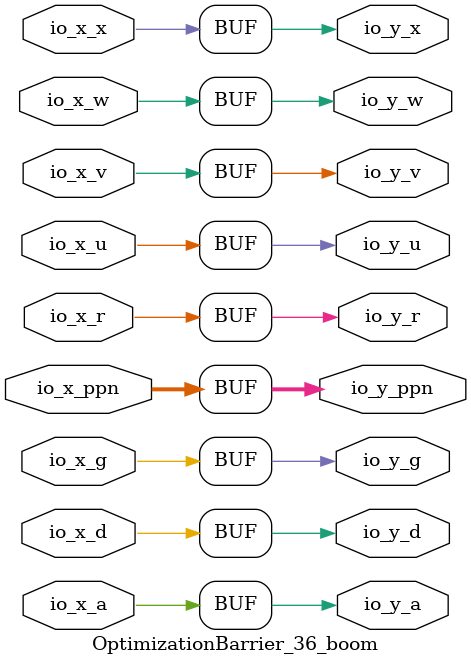
<source format=sv>
`ifndef RANDOMIZE
  `ifdef RANDOMIZE_REG_INIT
    `define RANDOMIZE
  `endif // RANDOMIZE_REG_INIT
`endif // not def RANDOMIZE
`ifndef RANDOMIZE
  `ifdef RANDOMIZE_MEM_INIT
    `define RANDOMIZE
  `endif // RANDOMIZE_MEM_INIT
`endif // not def RANDOMIZE

`ifndef RANDOM
  `define RANDOM $random
`endif // not def RANDOM

// Users can define 'PRINTF_COND' to add an extra gate to prints.
`ifndef PRINTF_COND_
  `ifdef PRINTF_COND
    `define PRINTF_COND_ (`PRINTF_COND)
  `else  // PRINTF_COND
    `define PRINTF_COND_ 1
  `endif // PRINTF_COND
`endif // not def PRINTF_COND_

// Users can define 'ASSERT_VERBOSE_COND' to add an extra gate to assert error printing.
`ifndef ASSERT_VERBOSE_COND_
  `ifdef ASSERT_VERBOSE_COND
    `define ASSERT_VERBOSE_COND_ (`ASSERT_VERBOSE_COND)
  `else  // ASSERT_VERBOSE_COND
    `define ASSERT_VERBOSE_COND_ 1
  `endif // ASSERT_VERBOSE_COND
`endif // not def ASSERT_VERBOSE_COND_

// Users can define 'STOP_COND' to add an extra gate to stop conditions.
`ifndef STOP_COND_
  `ifdef STOP_COND
    `define STOP_COND_ (`STOP_COND)
  `else  // STOP_COND
    `define STOP_COND_ 1
  `endif // STOP_COND
`endif // not def STOP_COND_

// Users can define INIT_RANDOM as general code that gets injected into the
// initializer block for modules with registers.
`ifndef INIT_RANDOM
  `define INIT_RANDOM
`endif // not def INIT_RANDOM

// If using random initialization, you can also define RANDOMIZE_DELAY to
// customize the delay used, otherwise 0.002 is used.
`ifndef RANDOMIZE_DELAY
  `define RANDOMIZE_DELAY 0.002
`endif // not def RANDOMIZE_DELAY

// Define INIT_RANDOM_PROLOG_ for use in our modules below.
`ifndef INIT_RANDOM_PROLOG_
  `ifdef RANDOMIZE
    `ifdef VERILATOR
      `define INIT_RANDOM_PROLOG_ `INIT_RANDOM
    `else  // VERILATOR
      `define INIT_RANDOM_PROLOG_ `INIT_RANDOM #`RANDOMIZE_DELAY begin end
    `endif // VERILATOR
  `else  // RANDOMIZE
    `define INIT_RANDOM_PROLOG_
  `endif // RANDOMIZE
`endif // not def INIT_RANDOM_PROLOG_

module OptimizationBarrier_36_boom(
  input  [43:0] io_x_ppn,
  input         io_x_d,
                io_x_a,
                io_x_g,
                io_x_u,
                io_x_x,
                io_x_w,
                io_x_r,
                io_x_v,
  output [43:0] io_y_ppn,
  output        io_y_d,
                io_y_a,
                io_y_g,
                io_y_u,
                io_y_x,
                io_y_w,
                io_y_r,
                io_y_v
);

  assign io_y_ppn = io_x_ppn;
  assign io_y_d = io_x_d;
  assign io_y_a = io_x_a;
  assign io_y_g = io_x_g;
  assign io_y_u = io_x_u;
  assign io_y_x = io_x_x;
  assign io_y_w = io_x_w;
  assign io_y_r = io_x_r;
  assign io_y_v = io_x_v;
endmodule


</source>
